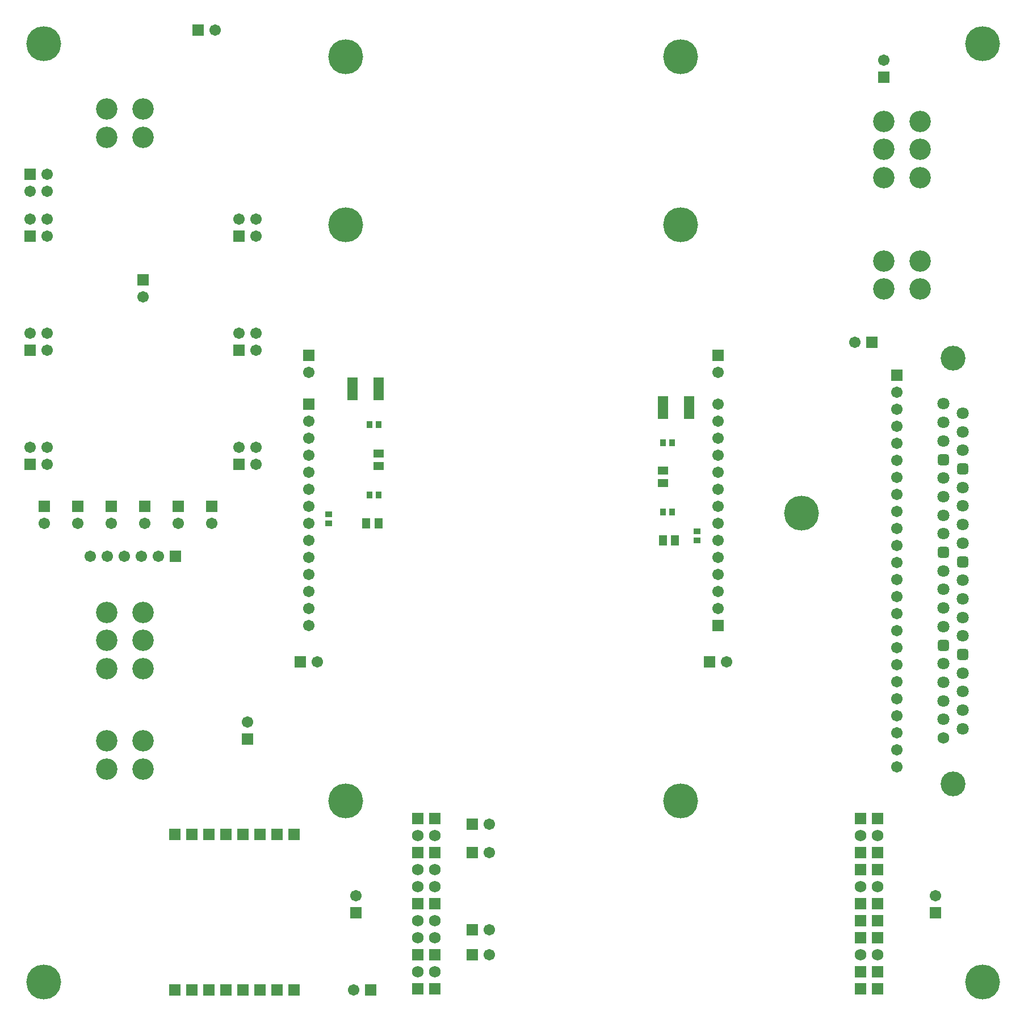
<source format=gbs>
G04*
G04 #@! TF.GenerationSoftware,Altium Limited,Altium Designer,18.0.9 (584)*
G04*
G04 Layer_Color=16711935*
%FSLAX43Y43*%
%MOMM*%
G71*
G01*
G75*
%ADD16C,3.203*%
%ADD17C,1.703*%
%ADD18R,1.703X1.703*%
%ADD19R,1.703X1.703*%
%ADD20C,1.803*%
G04:AMPARAMS|DCode=21|XSize=1.727mm|YSize=1.727mm|CornerRadius=0.483mm|HoleSize=0mm|Usage=FLASHONLY|Rotation=90.000|XOffset=0mm|YOffset=0mm|HoleType=Round|Shape=RoundedRectangle|*
%AMROUNDEDRECTD21*
21,1,1.727,0.762,0,0,90.0*
21,1,0.762,1.727,0,0,90.0*
1,1,0.965,0.381,0.381*
1,1,0.965,0.381,-0.381*
1,1,0.965,-0.381,-0.381*
1,1,0.965,-0.381,0.381*
%
%ADD21ROUNDEDRECTD21*%
%ADD22C,1.727*%
%ADD23C,3.703*%
%ADD24C,5.203*%
%ADD41R,0.923X1.083*%
%ADD42R,1.503X3.453*%
%ADD43R,1.603X1.253*%
%ADD44R,1.083X0.923*%
%ADD45R,1.253X1.603*%
D16*
X19750Y41000D02*
D03*
Y36800D02*
D03*
X14327Y41000D02*
D03*
Y36800D02*
D03*
X19750Y135211D02*
D03*
Y131011D02*
D03*
X14327Y135211D02*
D03*
Y131011D02*
D03*
X130250Y108385D02*
D03*
Y112585D02*
D03*
X135673Y108385D02*
D03*
Y112585D02*
D03*
X130250Y129200D02*
D03*
X135673D02*
D03*
X130250Y133417D02*
D03*
X135673Y124982D02*
D03*
X130250D02*
D03*
X135672Y133417D02*
D03*
X19750Y55968D02*
D03*
X14328D02*
D03*
X19750Y51750D02*
D03*
X14328Y60185D02*
D03*
X19750D02*
D03*
X14328Y51750D02*
D03*
D17*
X19749Y107250D02*
D03*
X71445Y28543D02*
D03*
X71445Y9055D02*
D03*
Y12805D02*
D03*
X130249Y142490D02*
D03*
X125960Y100449D02*
D03*
X137949Y17890D02*
D03*
X51499D02*
D03*
X35399Y43783D02*
D03*
X20051Y73410D02*
D03*
X5051D02*
D03*
X25051D02*
D03*
X10051D02*
D03*
X30051D02*
D03*
X15051D02*
D03*
X132250Y37080D02*
D03*
Y39620D02*
D03*
Y42160D02*
D03*
Y44700D02*
D03*
Y47240D02*
D03*
Y49780D02*
D03*
Y52320D02*
D03*
Y54860D02*
D03*
Y57400D02*
D03*
Y59940D02*
D03*
Y62480D02*
D03*
Y65020D02*
D03*
Y67560D02*
D03*
Y70100D02*
D03*
Y72640D02*
D03*
Y75180D02*
D03*
Y77720D02*
D03*
Y80260D02*
D03*
Y82800D02*
D03*
Y85340D02*
D03*
Y87880D02*
D03*
Y90420D02*
D03*
Y92960D02*
D03*
X5476Y118790D02*
D03*
X2936D02*
D03*
X5476Y116250D02*
D03*
Y101790D02*
D03*
X2936D02*
D03*
X5476Y99250D02*
D03*
X5476Y84790D02*
D03*
X2936D02*
D03*
X5476Y82250D02*
D03*
X36639Y118790D02*
D03*
X34099D02*
D03*
X36639Y116250D02*
D03*
Y101790D02*
D03*
X34099D02*
D03*
X36639Y99250D02*
D03*
Y84790D02*
D03*
X34099D02*
D03*
X36639Y82250D02*
D03*
X22059Y68500D02*
D03*
X19519D02*
D03*
X16979D02*
D03*
X14439D02*
D03*
X11899D02*
D03*
X30540Y147000D02*
D03*
X51160Y3800D02*
D03*
X5476Y122960D02*
D03*
X2936D02*
D03*
X5476Y125500D02*
D03*
X71445Y24295D02*
D03*
X105520Y95960D02*
D03*
X44520Y95960D02*
D03*
X106790Y52770D02*
D03*
X45790Y52770D02*
D03*
X105520Y91225D02*
D03*
Y88685D02*
D03*
Y86145D02*
D03*
Y83605D02*
D03*
Y81065D02*
D03*
Y78525D02*
D03*
Y75985D02*
D03*
Y73445D02*
D03*
Y70905D02*
D03*
Y68365D02*
D03*
Y65825D02*
D03*
Y63285D02*
D03*
Y60745D02*
D03*
X44520Y58205D02*
D03*
Y60745D02*
D03*
Y63285D02*
D03*
Y65825D02*
D03*
Y68365D02*
D03*
Y70905D02*
D03*
Y73445D02*
D03*
Y75985D02*
D03*
Y78525D02*
D03*
Y81065D02*
D03*
Y83605D02*
D03*
Y86145D02*
D03*
Y88685D02*
D03*
D18*
X19749Y109790D02*
D03*
X130249Y139950D02*
D03*
X137949Y15350D02*
D03*
X51499D02*
D03*
X35399Y41243D02*
D03*
X20051Y75950D02*
D03*
X5051D02*
D03*
X25051D02*
D03*
X10051D02*
D03*
X30051D02*
D03*
X15051D02*
D03*
X27040Y3820D02*
D03*
X24500D02*
D03*
X32145Y27036D02*
D03*
X34685D02*
D03*
X29605D02*
D03*
X27065D02*
D03*
X24525D02*
D03*
X29605Y3820D02*
D03*
X32145D02*
D03*
X34685D02*
D03*
X42305Y27036D02*
D03*
X39765D02*
D03*
X37225D02*
D03*
Y3820D02*
D03*
X39765D02*
D03*
X42305D02*
D03*
X132250Y95500D02*
D03*
X60776Y29375D02*
D03*
Y24295D02*
D03*
X129356Y29375D02*
D03*
X60776Y16675D02*
D03*
Y9055D02*
D03*
Y3975D02*
D03*
X126816Y6515D02*
D03*
X63316Y16675D02*
D03*
Y29375D02*
D03*
Y24295D02*
D03*
X126816Y14135D02*
D03*
X129356Y3975D02*
D03*
Y21755D02*
D03*
Y11595D02*
D03*
X126816Y3975D02*
D03*
Y21755D02*
D03*
Y11595D02*
D03*
X129356Y6515D02*
D03*
Y16675D02*
D03*
X126816Y24295D02*
D03*
X63316Y3975D02*
D03*
X126816Y16675D02*
D03*
X129356Y24295D02*
D03*
X63316Y9055D02*
D03*
X129356Y14135D02*
D03*
X126816Y29375D02*
D03*
X2936Y116250D02*
D03*
Y99250D02*
D03*
X2936Y82250D02*
D03*
X34099Y116250D02*
D03*
Y99250D02*
D03*
Y82250D02*
D03*
X2936Y125500D02*
D03*
X105520Y98500D02*
D03*
X44520Y98500D02*
D03*
X105520Y58205D02*
D03*
X44520Y91225D02*
D03*
D19*
X68905Y28543D02*
D03*
X68905Y9055D02*
D03*
Y12805D02*
D03*
X128500Y100449D02*
D03*
X24599Y68500D02*
D03*
X28000Y147000D02*
D03*
X53700Y3800D02*
D03*
X68905Y24295D02*
D03*
X104250Y52770D02*
D03*
X43250Y52770D02*
D03*
D20*
X139178Y91263D02*
D03*
X142023Y89866D02*
D03*
Y87098D02*
D03*
Y84329D02*
D03*
X139178Y85726D02*
D03*
Y77420D02*
D03*
X142023Y78792D02*
D03*
Y76023D02*
D03*
X139178Y74652D02*
D03*
Y80189D02*
D03*
Y71883D02*
D03*
X142023Y70486D02*
D03*
X139178Y63577D02*
D03*
X142023Y62180D02*
D03*
Y64949D02*
D03*
X139178Y60809D02*
D03*
X142023Y59412D02*
D03*
Y56643D02*
D03*
X139178Y52503D02*
D03*
Y46966D02*
D03*
Y49734D02*
D03*
X142023Y48337D02*
D03*
Y45569D02*
D03*
X139178Y44197D02*
D03*
Y88495D02*
D03*
Y58040D02*
D03*
X142023Y73255D02*
D03*
X139178Y66346D02*
D03*
X142023Y42800D02*
D03*
Y51106D02*
D03*
D21*
X139178Y82957D02*
D03*
Y69114D02*
D03*
X142023Y67717D02*
D03*
Y53874D02*
D03*
X139178Y55271D02*
D03*
X142023Y81560D02*
D03*
D22*
X139178Y41428D02*
D03*
X63316Y6515D02*
D03*
X60776D02*
D03*
Y11595D02*
D03*
X63316D02*
D03*
Y14135D02*
D03*
X60776D02*
D03*
X63316Y19215D02*
D03*
X60776D02*
D03*
X63316Y21755D02*
D03*
X60776D02*
D03*
X63316Y26835D02*
D03*
X60776D02*
D03*
X129356D02*
D03*
X126816D02*
D03*
X129356Y19215D02*
D03*
X126816D02*
D03*
X129356Y9055D02*
D03*
X126816D02*
D03*
D23*
X140601Y98096D02*
D03*
Y34596D02*
D03*
D24*
X50000Y143000D02*
D03*
X100000D02*
D03*
X118000Y75000D02*
D03*
X100000Y32000D02*
D03*
Y118000D02*
D03*
X50000D02*
D03*
Y32000D02*
D03*
X145000Y5000D02*
D03*
X145000Y145000D02*
D03*
X5000D02*
D03*
X5000Y5000D02*
D03*
D41*
X97300Y85425D02*
D03*
X98680D02*
D03*
X97300Y75150D02*
D03*
X98680D02*
D03*
X54940Y77700D02*
D03*
X53560D02*
D03*
X54940Y88175D02*
D03*
X53560D02*
D03*
D42*
X101200Y90750D02*
D03*
X97300D02*
D03*
X51040Y93500D02*
D03*
X54940D02*
D03*
D43*
X97300Y79475D02*
D03*
Y81325D02*
D03*
X54940Y82015D02*
D03*
Y83865D02*
D03*
D44*
X102425Y70905D02*
D03*
Y72285D02*
D03*
X47475Y73445D02*
D03*
Y74825D02*
D03*
D45*
X99150Y70905D02*
D03*
X97300D02*
D03*
X53090Y73445D02*
D03*
X54940D02*
D03*
M02*

</source>
